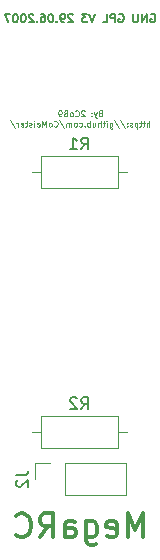
<source format=gbr>
%TF.GenerationSoftware,KiCad,Pcbnew,(5.1.6)-1*%
%TF.CreationDate,2020-12-18T19:23:39+01:00*%
%TF.ProjectId,rc-emitter_tft_trim_board,72632d65-6d69-4747-9465-725f7466745f,rev?*%
%TF.SameCoordinates,Original*%
%TF.FileFunction,Legend,Bot*%
%TF.FilePolarity,Positive*%
%FSLAX46Y46*%
G04 Gerber Fmt 4.6, Leading zero omitted, Abs format (unit mm)*
G04 Created by KiCad (PCBNEW (5.1.6)-1) date 2020-12-18 19:23:39*
%MOMM*%
%LPD*%
G01*
G04 APERTURE LIST*
%ADD10C,0.125000*%
%ADD11C,0.300000*%
%ADD12C,0.150000*%
%ADD13C,0.120000*%
G04 APERTURE END LIST*
D10*
X157666666Y-70026785D02*
X157595238Y-70050595D01*
X157571428Y-70074404D01*
X157547619Y-70122023D01*
X157547619Y-70193452D01*
X157571428Y-70241071D01*
X157595238Y-70264880D01*
X157642857Y-70288690D01*
X157833333Y-70288690D01*
X157833333Y-69788690D01*
X157666666Y-69788690D01*
X157619047Y-69812500D01*
X157595238Y-69836309D01*
X157571428Y-69883928D01*
X157571428Y-69931547D01*
X157595238Y-69979166D01*
X157619047Y-70002976D01*
X157666666Y-70026785D01*
X157833333Y-70026785D01*
X157380952Y-69955357D02*
X157261904Y-70288690D01*
X157142857Y-69955357D02*
X157261904Y-70288690D01*
X157309523Y-70407738D01*
X157333333Y-70431547D01*
X157380952Y-70455357D01*
X156952380Y-70241071D02*
X156928571Y-70264880D01*
X156952380Y-70288690D01*
X156976190Y-70264880D01*
X156952380Y-70241071D01*
X156952380Y-70288690D01*
X156952380Y-69979166D02*
X156928571Y-70002976D01*
X156952380Y-70026785D01*
X156976190Y-70002976D01*
X156952380Y-69979166D01*
X156952380Y-70026785D01*
X156357142Y-69836309D02*
X156333333Y-69812500D01*
X156285714Y-69788690D01*
X156166666Y-69788690D01*
X156119047Y-69812500D01*
X156095238Y-69836309D01*
X156071428Y-69883928D01*
X156071428Y-69931547D01*
X156095238Y-70002976D01*
X156380952Y-70288690D01*
X156071428Y-70288690D01*
X155571428Y-70241071D02*
X155595238Y-70264880D01*
X155666666Y-70288690D01*
X155714285Y-70288690D01*
X155785714Y-70264880D01*
X155833333Y-70217261D01*
X155857142Y-70169642D01*
X155880952Y-70074404D01*
X155880952Y-70002976D01*
X155857142Y-69907738D01*
X155833333Y-69860119D01*
X155785714Y-69812500D01*
X155714285Y-69788690D01*
X155666666Y-69788690D01*
X155595238Y-69812500D01*
X155571428Y-69836309D01*
X155285714Y-70288690D02*
X155333333Y-70264880D01*
X155357142Y-70241071D01*
X155380952Y-70193452D01*
X155380952Y-70050595D01*
X155357142Y-70002976D01*
X155333333Y-69979166D01*
X155285714Y-69955357D01*
X155214285Y-69955357D01*
X155166666Y-69979166D01*
X155142857Y-70002976D01*
X155119047Y-70050595D01*
X155119047Y-70193452D01*
X155142857Y-70241071D01*
X155166666Y-70264880D01*
X155214285Y-70288690D01*
X155285714Y-70288690D01*
X154738095Y-70026785D02*
X154666666Y-70050595D01*
X154642857Y-70074404D01*
X154619047Y-70122023D01*
X154619047Y-70193452D01*
X154642857Y-70241071D01*
X154666666Y-70264880D01*
X154714285Y-70288690D01*
X154904761Y-70288690D01*
X154904761Y-69788690D01*
X154738095Y-69788690D01*
X154690476Y-69812500D01*
X154666666Y-69836309D01*
X154642857Y-69883928D01*
X154642857Y-69931547D01*
X154666666Y-69979166D01*
X154690476Y-70002976D01*
X154738095Y-70026785D01*
X154904761Y-70026785D01*
X154380952Y-70288690D02*
X154285714Y-70288690D01*
X154238095Y-70264880D01*
X154214285Y-70241071D01*
X154166666Y-70169642D01*
X154142857Y-70074404D01*
X154142857Y-69883928D01*
X154166666Y-69836309D01*
X154190476Y-69812500D01*
X154238095Y-69788690D01*
X154333333Y-69788690D01*
X154380952Y-69812500D01*
X154404761Y-69836309D01*
X154428571Y-69883928D01*
X154428571Y-70002976D01*
X154404761Y-70050595D01*
X154380952Y-70074404D01*
X154333333Y-70098214D01*
X154238095Y-70098214D01*
X154190476Y-70074404D01*
X154166666Y-70050595D01*
X154142857Y-70002976D01*
X161857142Y-71163690D02*
X161857142Y-70663690D01*
X161642857Y-71163690D02*
X161642857Y-70901785D01*
X161666666Y-70854166D01*
X161714285Y-70830357D01*
X161785714Y-70830357D01*
X161833333Y-70854166D01*
X161857142Y-70877976D01*
X161476190Y-70830357D02*
X161285714Y-70830357D01*
X161404761Y-70663690D02*
X161404761Y-71092261D01*
X161380952Y-71139880D01*
X161333333Y-71163690D01*
X161285714Y-71163690D01*
X161190476Y-70830357D02*
X161000000Y-70830357D01*
X161119047Y-70663690D02*
X161119047Y-71092261D01*
X161095238Y-71139880D01*
X161047619Y-71163690D01*
X161000000Y-71163690D01*
X160833333Y-70830357D02*
X160833333Y-71330357D01*
X160833333Y-70854166D02*
X160785714Y-70830357D01*
X160690476Y-70830357D01*
X160642857Y-70854166D01*
X160619047Y-70877976D01*
X160595238Y-70925595D01*
X160595238Y-71068452D01*
X160619047Y-71116071D01*
X160642857Y-71139880D01*
X160690476Y-71163690D01*
X160785714Y-71163690D01*
X160833333Y-71139880D01*
X160404761Y-71139880D02*
X160357142Y-71163690D01*
X160261904Y-71163690D01*
X160214285Y-71139880D01*
X160190476Y-71092261D01*
X160190476Y-71068452D01*
X160214285Y-71020833D01*
X160261904Y-70997023D01*
X160333333Y-70997023D01*
X160380952Y-70973214D01*
X160404761Y-70925595D01*
X160404761Y-70901785D01*
X160380952Y-70854166D01*
X160333333Y-70830357D01*
X160261904Y-70830357D01*
X160214285Y-70854166D01*
X159976190Y-71116071D02*
X159952380Y-71139880D01*
X159976190Y-71163690D01*
X160000000Y-71139880D01*
X159976190Y-71116071D01*
X159976190Y-71163690D01*
X159976190Y-70854166D02*
X159952380Y-70877976D01*
X159976190Y-70901785D01*
X160000000Y-70877976D01*
X159976190Y-70854166D01*
X159976190Y-70901785D01*
X159380952Y-70639880D02*
X159809523Y-71282738D01*
X158857142Y-70639880D02*
X159285714Y-71282738D01*
X158476190Y-70830357D02*
X158476190Y-71235119D01*
X158500000Y-71282738D01*
X158523809Y-71306547D01*
X158571428Y-71330357D01*
X158642857Y-71330357D01*
X158690476Y-71306547D01*
X158476190Y-71139880D02*
X158523809Y-71163690D01*
X158619047Y-71163690D01*
X158666666Y-71139880D01*
X158690476Y-71116071D01*
X158714285Y-71068452D01*
X158714285Y-70925595D01*
X158690476Y-70877976D01*
X158666666Y-70854166D01*
X158619047Y-70830357D01*
X158523809Y-70830357D01*
X158476190Y-70854166D01*
X158238095Y-71163690D02*
X158238095Y-70830357D01*
X158238095Y-70663690D02*
X158261904Y-70687500D01*
X158238095Y-70711309D01*
X158214285Y-70687500D01*
X158238095Y-70663690D01*
X158238095Y-70711309D01*
X158071428Y-70830357D02*
X157880952Y-70830357D01*
X158000000Y-70663690D02*
X158000000Y-71092261D01*
X157976190Y-71139880D01*
X157928571Y-71163690D01*
X157880952Y-71163690D01*
X157714285Y-71163690D02*
X157714285Y-70663690D01*
X157500000Y-71163690D02*
X157500000Y-70901785D01*
X157523809Y-70854166D01*
X157571428Y-70830357D01*
X157642857Y-70830357D01*
X157690476Y-70854166D01*
X157714285Y-70877976D01*
X157047619Y-70830357D02*
X157047619Y-71163690D01*
X157261904Y-70830357D02*
X157261904Y-71092261D01*
X157238095Y-71139880D01*
X157190476Y-71163690D01*
X157119047Y-71163690D01*
X157071428Y-71139880D01*
X157047619Y-71116071D01*
X156809523Y-71163690D02*
X156809523Y-70663690D01*
X156809523Y-70854166D02*
X156761904Y-70830357D01*
X156666666Y-70830357D01*
X156619047Y-70854166D01*
X156595238Y-70877976D01*
X156571428Y-70925595D01*
X156571428Y-71068452D01*
X156595238Y-71116071D01*
X156619047Y-71139880D01*
X156666666Y-71163690D01*
X156761904Y-71163690D01*
X156809523Y-71139880D01*
X156357142Y-71116071D02*
X156333333Y-71139880D01*
X156357142Y-71163690D01*
X156380952Y-71139880D01*
X156357142Y-71116071D01*
X156357142Y-71163690D01*
X155904761Y-71139880D02*
X155952380Y-71163690D01*
X156047619Y-71163690D01*
X156095238Y-71139880D01*
X156119047Y-71116071D01*
X156142857Y-71068452D01*
X156142857Y-70925595D01*
X156119047Y-70877976D01*
X156095238Y-70854166D01*
X156047619Y-70830357D01*
X155952380Y-70830357D01*
X155904761Y-70854166D01*
X155619047Y-71163690D02*
X155666666Y-71139880D01*
X155690476Y-71116071D01*
X155714285Y-71068452D01*
X155714285Y-70925595D01*
X155690476Y-70877976D01*
X155666666Y-70854166D01*
X155619047Y-70830357D01*
X155547619Y-70830357D01*
X155500000Y-70854166D01*
X155476190Y-70877976D01*
X155452380Y-70925595D01*
X155452380Y-71068452D01*
X155476190Y-71116071D01*
X155500000Y-71139880D01*
X155547619Y-71163690D01*
X155619047Y-71163690D01*
X155238095Y-71163690D02*
X155238095Y-70830357D01*
X155238095Y-70877976D02*
X155214285Y-70854166D01*
X155166666Y-70830357D01*
X155095238Y-70830357D01*
X155047619Y-70854166D01*
X155023809Y-70901785D01*
X155023809Y-71163690D01*
X155023809Y-70901785D02*
X155000000Y-70854166D01*
X154952380Y-70830357D01*
X154880952Y-70830357D01*
X154833333Y-70854166D01*
X154809523Y-70901785D01*
X154809523Y-71163690D01*
X154214285Y-70639880D02*
X154642857Y-71282738D01*
X153761904Y-71116071D02*
X153785714Y-71139880D01*
X153857142Y-71163690D01*
X153904761Y-71163690D01*
X153976190Y-71139880D01*
X154023809Y-71092261D01*
X154047619Y-71044642D01*
X154071428Y-70949404D01*
X154071428Y-70877976D01*
X154047619Y-70782738D01*
X154023809Y-70735119D01*
X153976190Y-70687500D01*
X153904761Y-70663690D01*
X153857142Y-70663690D01*
X153785714Y-70687500D01*
X153761904Y-70711309D01*
X153476190Y-71163690D02*
X153523809Y-71139880D01*
X153547619Y-71116071D01*
X153571428Y-71068452D01*
X153571428Y-70925595D01*
X153547619Y-70877976D01*
X153523809Y-70854166D01*
X153476190Y-70830357D01*
X153404761Y-70830357D01*
X153357142Y-70854166D01*
X153333333Y-70877976D01*
X153309523Y-70925595D01*
X153309523Y-71068452D01*
X153333333Y-71116071D01*
X153357142Y-71139880D01*
X153404761Y-71163690D01*
X153476190Y-71163690D01*
X153095238Y-71163690D02*
X153095238Y-70663690D01*
X152928571Y-71020833D01*
X152761904Y-70663690D01*
X152761904Y-71163690D01*
X152333333Y-71139880D02*
X152380952Y-71163690D01*
X152476190Y-71163690D01*
X152523809Y-71139880D01*
X152547619Y-71092261D01*
X152547619Y-70901785D01*
X152523809Y-70854166D01*
X152476190Y-70830357D01*
X152380952Y-70830357D01*
X152333333Y-70854166D01*
X152309523Y-70901785D01*
X152309523Y-70949404D01*
X152547619Y-70997023D01*
X152095238Y-71163690D02*
X152095238Y-70830357D01*
X152095238Y-70663690D02*
X152119047Y-70687500D01*
X152095238Y-70711309D01*
X152071428Y-70687500D01*
X152095238Y-70663690D01*
X152095238Y-70711309D01*
X151880952Y-71139880D02*
X151833333Y-71163690D01*
X151738095Y-71163690D01*
X151690476Y-71139880D01*
X151666666Y-71092261D01*
X151666666Y-71068452D01*
X151690476Y-71020833D01*
X151738095Y-70997023D01*
X151809523Y-70997023D01*
X151857142Y-70973214D01*
X151880952Y-70925595D01*
X151880952Y-70901785D01*
X151857142Y-70854166D01*
X151809523Y-70830357D01*
X151738095Y-70830357D01*
X151690476Y-70854166D01*
X151523809Y-70830357D02*
X151333333Y-70830357D01*
X151452380Y-70663690D02*
X151452380Y-71092261D01*
X151428571Y-71139880D01*
X151380952Y-71163690D01*
X151333333Y-71163690D01*
X150976190Y-71139880D02*
X151023809Y-71163690D01*
X151119047Y-71163690D01*
X151166666Y-71139880D01*
X151190476Y-71092261D01*
X151190476Y-70901785D01*
X151166666Y-70854166D01*
X151119047Y-70830357D01*
X151023809Y-70830357D01*
X150976190Y-70854166D01*
X150952380Y-70901785D01*
X150952380Y-70949404D01*
X151190476Y-70997023D01*
X150738095Y-71163690D02*
X150738095Y-70830357D01*
X150738095Y-70925595D02*
X150714285Y-70877976D01*
X150690476Y-70854166D01*
X150642857Y-70830357D01*
X150595238Y-70830357D01*
X150071428Y-70639880D02*
X150500000Y-71282738D01*
D11*
X161333333Y-105904761D02*
X161333333Y-103904761D01*
X160666666Y-105333333D01*
X160000000Y-103904761D01*
X160000000Y-105904761D01*
X158285714Y-105809523D02*
X158476190Y-105904761D01*
X158857142Y-105904761D01*
X159047619Y-105809523D01*
X159142857Y-105619047D01*
X159142857Y-104857142D01*
X159047619Y-104666666D01*
X158857142Y-104571428D01*
X158476190Y-104571428D01*
X158285714Y-104666666D01*
X158190476Y-104857142D01*
X158190476Y-105047619D01*
X159142857Y-105238095D01*
X156476190Y-104571428D02*
X156476190Y-106190476D01*
X156571428Y-106380952D01*
X156666666Y-106476190D01*
X156857142Y-106571428D01*
X157142857Y-106571428D01*
X157333333Y-106476190D01*
X156476190Y-105809523D02*
X156666666Y-105904761D01*
X157047619Y-105904761D01*
X157238095Y-105809523D01*
X157333333Y-105714285D01*
X157428571Y-105523809D01*
X157428571Y-104952380D01*
X157333333Y-104761904D01*
X157238095Y-104666666D01*
X157047619Y-104571428D01*
X156666666Y-104571428D01*
X156476190Y-104666666D01*
X154666666Y-105904761D02*
X154666666Y-104857142D01*
X154761904Y-104666666D01*
X154952380Y-104571428D01*
X155333333Y-104571428D01*
X155523809Y-104666666D01*
X154666666Y-105809523D02*
X154857142Y-105904761D01*
X155333333Y-105904761D01*
X155523809Y-105809523D01*
X155619047Y-105619047D01*
X155619047Y-105428571D01*
X155523809Y-105238095D01*
X155333333Y-105142857D01*
X154857142Y-105142857D01*
X154666666Y-105047619D01*
X152571428Y-105904761D02*
X153238095Y-104952380D01*
X153714285Y-105904761D02*
X153714285Y-103904761D01*
X152952380Y-103904761D01*
X152761904Y-104000000D01*
X152666666Y-104095238D01*
X152571428Y-104285714D01*
X152571428Y-104571428D01*
X152666666Y-104761904D01*
X152761904Y-104857142D01*
X152952380Y-104952380D01*
X153714285Y-104952380D01*
X150571428Y-105714285D02*
X150666666Y-105809523D01*
X150952380Y-105904761D01*
X151142857Y-105904761D01*
X151428571Y-105809523D01*
X151619047Y-105619047D01*
X151714285Y-105428571D01*
X151809523Y-105047619D01*
X151809523Y-104761904D01*
X151714285Y-104380952D01*
X151619047Y-104190476D01*
X151428571Y-104000000D01*
X151142857Y-103904761D01*
X150952380Y-103904761D01*
X150666666Y-104000000D01*
X150571428Y-104095238D01*
D12*
X161966666Y-61650000D02*
X162033333Y-61616666D01*
X162133333Y-61616666D01*
X162233333Y-61650000D01*
X162300000Y-61716666D01*
X162333333Y-61783333D01*
X162366666Y-61916666D01*
X162366666Y-62016666D01*
X162333333Y-62150000D01*
X162300000Y-62216666D01*
X162233333Y-62283333D01*
X162133333Y-62316666D01*
X162066666Y-62316666D01*
X161966666Y-62283333D01*
X161933333Y-62250000D01*
X161933333Y-62016666D01*
X162066666Y-62016666D01*
X161633333Y-62316666D02*
X161633333Y-61616666D01*
X161233333Y-62316666D01*
X161233333Y-61616666D01*
X160900000Y-61616666D02*
X160900000Y-62183333D01*
X160866666Y-62250000D01*
X160833333Y-62283333D01*
X160766666Y-62316666D01*
X160633333Y-62316666D01*
X160566666Y-62283333D01*
X160533333Y-62250000D01*
X160500000Y-62183333D01*
X160500000Y-61616666D01*
X159266666Y-61650000D02*
X159333333Y-61616666D01*
X159433333Y-61616666D01*
X159533333Y-61650000D01*
X159600000Y-61716666D01*
X159633333Y-61783333D01*
X159666666Y-61916666D01*
X159666666Y-62016666D01*
X159633333Y-62150000D01*
X159600000Y-62216666D01*
X159533333Y-62283333D01*
X159433333Y-62316666D01*
X159366666Y-62316666D01*
X159266666Y-62283333D01*
X159233333Y-62250000D01*
X159233333Y-62016666D01*
X159366666Y-62016666D01*
X158933333Y-62316666D02*
X158933333Y-61616666D01*
X158666666Y-61616666D01*
X158600000Y-61650000D01*
X158566666Y-61683333D01*
X158533333Y-61750000D01*
X158533333Y-61850000D01*
X158566666Y-61916666D01*
X158600000Y-61950000D01*
X158666666Y-61983333D01*
X158933333Y-61983333D01*
X157900000Y-62316666D02*
X158233333Y-62316666D01*
X158233333Y-61616666D01*
X157233333Y-61616666D02*
X157000000Y-62316666D01*
X156766666Y-61616666D01*
X156600000Y-61616666D02*
X156166666Y-61616666D01*
X156400000Y-61883333D01*
X156300000Y-61883333D01*
X156233333Y-61916666D01*
X156200000Y-61950000D01*
X156166666Y-62016666D01*
X156166666Y-62183333D01*
X156200000Y-62250000D01*
X156233333Y-62283333D01*
X156300000Y-62316666D01*
X156500000Y-62316666D01*
X156566666Y-62283333D01*
X156600000Y-62250000D01*
X155366666Y-61683333D02*
X155333333Y-61650000D01*
X155266666Y-61616666D01*
X155100000Y-61616666D01*
X155033333Y-61650000D01*
X155000000Y-61683333D01*
X154966666Y-61750000D01*
X154966666Y-61816666D01*
X155000000Y-61916666D01*
X155400000Y-62316666D01*
X154966666Y-62316666D01*
X154633333Y-62316666D02*
X154500000Y-62316666D01*
X154433333Y-62283333D01*
X154400000Y-62250000D01*
X154333333Y-62150000D01*
X154300000Y-62016666D01*
X154300000Y-61750000D01*
X154333333Y-61683333D01*
X154366666Y-61650000D01*
X154433333Y-61616666D01*
X154566666Y-61616666D01*
X154633333Y-61650000D01*
X154666666Y-61683333D01*
X154700000Y-61750000D01*
X154700000Y-61916666D01*
X154666666Y-61983333D01*
X154633333Y-62016666D01*
X154566666Y-62050000D01*
X154433333Y-62050000D01*
X154366666Y-62016666D01*
X154333333Y-61983333D01*
X154300000Y-61916666D01*
X154000000Y-62250000D02*
X153966666Y-62283333D01*
X154000000Y-62316666D01*
X154033333Y-62283333D01*
X154000000Y-62250000D01*
X154000000Y-62316666D01*
X153533333Y-61616666D02*
X153466666Y-61616666D01*
X153400000Y-61650000D01*
X153366666Y-61683333D01*
X153333333Y-61750000D01*
X153300000Y-61883333D01*
X153300000Y-62050000D01*
X153333333Y-62183333D01*
X153366666Y-62250000D01*
X153400000Y-62283333D01*
X153466666Y-62316666D01*
X153533333Y-62316666D01*
X153600000Y-62283333D01*
X153633333Y-62250000D01*
X153666666Y-62183333D01*
X153700000Y-62050000D01*
X153700000Y-61883333D01*
X153666666Y-61750000D01*
X153633333Y-61683333D01*
X153600000Y-61650000D01*
X153533333Y-61616666D01*
X152700000Y-61616666D02*
X152833333Y-61616666D01*
X152900000Y-61650000D01*
X152933333Y-61683333D01*
X153000000Y-61783333D01*
X153033333Y-61916666D01*
X153033333Y-62183333D01*
X153000000Y-62250000D01*
X152966666Y-62283333D01*
X152900000Y-62316666D01*
X152766666Y-62316666D01*
X152700000Y-62283333D01*
X152666666Y-62250000D01*
X152633333Y-62183333D01*
X152633333Y-62016666D01*
X152666666Y-61950000D01*
X152700000Y-61916666D01*
X152766666Y-61883333D01*
X152900000Y-61883333D01*
X152966666Y-61916666D01*
X153000000Y-61950000D01*
X153033333Y-62016666D01*
X152333333Y-62250000D02*
X152300000Y-62283333D01*
X152333333Y-62316666D01*
X152366666Y-62283333D01*
X152333333Y-62250000D01*
X152333333Y-62316666D01*
X152033333Y-61683333D02*
X152000000Y-61650000D01*
X151933333Y-61616666D01*
X151766666Y-61616666D01*
X151700000Y-61650000D01*
X151666666Y-61683333D01*
X151633333Y-61750000D01*
X151633333Y-61816666D01*
X151666666Y-61916666D01*
X152066666Y-62316666D01*
X151633333Y-62316666D01*
X151200000Y-61616666D02*
X151133333Y-61616666D01*
X151066666Y-61650000D01*
X151033333Y-61683333D01*
X151000000Y-61750000D01*
X150966666Y-61883333D01*
X150966666Y-62050000D01*
X151000000Y-62183333D01*
X151033333Y-62250000D01*
X151066666Y-62283333D01*
X151133333Y-62316666D01*
X151200000Y-62316666D01*
X151266666Y-62283333D01*
X151300000Y-62250000D01*
X151333333Y-62183333D01*
X151366666Y-62050000D01*
X151366666Y-61883333D01*
X151333333Y-61750000D01*
X151300000Y-61683333D01*
X151266666Y-61650000D01*
X151200000Y-61616666D01*
X150533333Y-61616666D02*
X150466666Y-61616666D01*
X150400000Y-61650000D01*
X150366666Y-61683333D01*
X150333333Y-61750000D01*
X150300000Y-61883333D01*
X150300000Y-62050000D01*
X150333333Y-62183333D01*
X150366666Y-62250000D01*
X150400000Y-62283333D01*
X150466666Y-62316666D01*
X150533333Y-62316666D01*
X150600000Y-62283333D01*
X150633333Y-62250000D01*
X150666666Y-62183333D01*
X150700000Y-62050000D01*
X150700000Y-61883333D01*
X150666666Y-61750000D01*
X150633333Y-61683333D01*
X150600000Y-61650000D01*
X150533333Y-61616666D01*
X150066666Y-61616666D02*
X149600000Y-61616666D01*
X149900000Y-62316666D01*
D13*
%TO.C,R2*%
X151880000Y-97000000D02*
X152650000Y-97000000D01*
X159960000Y-97000000D02*
X159190000Y-97000000D01*
X152650000Y-95630000D02*
X159190000Y-95630000D01*
X152650000Y-98370000D02*
X152650000Y-95630000D01*
X159190000Y-98370000D02*
X152650000Y-98370000D01*
X159190000Y-95630000D02*
X159190000Y-98370000D01*
%TO.C,R1*%
X151880000Y-75000000D02*
X152650000Y-75000000D01*
X159960000Y-75000000D02*
X159190000Y-75000000D01*
X152650000Y-73630000D02*
X159190000Y-73630000D01*
X152650000Y-76370000D02*
X152650000Y-73630000D01*
X159190000Y-76370000D02*
X152650000Y-76370000D01*
X159190000Y-73630000D02*
X159190000Y-76370000D01*
%TO.C,J2*%
X152130000Y-99670000D02*
X152130000Y-101000000D01*
X153460000Y-99670000D02*
X152130000Y-99670000D01*
X154730000Y-99670000D02*
X154730000Y-102330000D01*
X154730000Y-102330000D02*
X159870000Y-102330000D01*
X154730000Y-99670000D02*
X159870000Y-99670000D01*
X159870000Y-99670000D02*
X159870000Y-102330000D01*
%TO.C,R2*%
D12*
X156086666Y-95082380D02*
X156420000Y-94606190D01*
X156658095Y-95082380D02*
X156658095Y-94082380D01*
X156277142Y-94082380D01*
X156181904Y-94130000D01*
X156134285Y-94177619D01*
X156086666Y-94272857D01*
X156086666Y-94415714D01*
X156134285Y-94510952D01*
X156181904Y-94558571D01*
X156277142Y-94606190D01*
X156658095Y-94606190D01*
X155705714Y-94177619D02*
X155658095Y-94130000D01*
X155562857Y-94082380D01*
X155324761Y-94082380D01*
X155229523Y-94130000D01*
X155181904Y-94177619D01*
X155134285Y-94272857D01*
X155134285Y-94368095D01*
X155181904Y-94510952D01*
X155753333Y-95082380D01*
X155134285Y-95082380D01*
%TO.C,R1*%
X156086666Y-73082380D02*
X156420000Y-72606190D01*
X156658095Y-73082380D02*
X156658095Y-72082380D01*
X156277142Y-72082380D01*
X156181904Y-72130000D01*
X156134285Y-72177619D01*
X156086666Y-72272857D01*
X156086666Y-72415714D01*
X156134285Y-72510952D01*
X156181904Y-72558571D01*
X156277142Y-72606190D01*
X156658095Y-72606190D01*
X155134285Y-73082380D02*
X155705714Y-73082380D01*
X155420000Y-73082380D02*
X155420000Y-72082380D01*
X155515238Y-72225238D01*
X155610476Y-72320476D01*
X155705714Y-72368095D01*
%TO.C,J2*%
X150582380Y-100666666D02*
X151296666Y-100666666D01*
X151439523Y-100619047D01*
X151534761Y-100523809D01*
X151582380Y-100380952D01*
X151582380Y-100285714D01*
X150677619Y-101095238D02*
X150630000Y-101142857D01*
X150582380Y-101238095D01*
X150582380Y-101476190D01*
X150630000Y-101571428D01*
X150677619Y-101619047D01*
X150772857Y-101666666D01*
X150868095Y-101666666D01*
X151010952Y-101619047D01*
X151582380Y-101047619D01*
X151582380Y-101666666D01*
%TD*%
M02*

</source>
